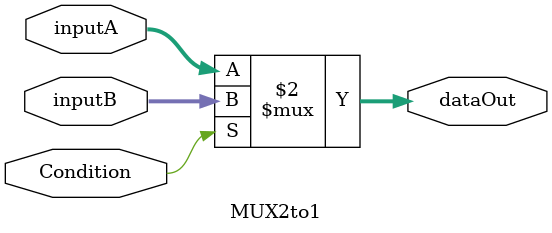
<source format=v>

module MUX2to1( dataOut, Condition, inputA, inputB );
	input Condition ;
	input[31:0] inputA, inputB ;
	output[31:0] dataOut ;
	
	assign dataOut = ( Condition == 0 ) ? inputA : inputB ;
endmodule
</source>
